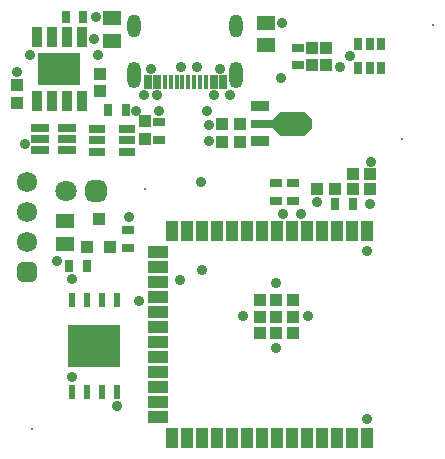
<source format=gbr>
%TF.GenerationSoftware,Altium Limited,Altium Designer,24.5.1 (21)*%
G04 Layer_Color=8388736*
%FSLAX45Y45*%
%MOMM*%
%TF.SameCoordinates,E68DD472-6E3C-4E28-875F-C7B5402E02A7*%
%TF.FilePolarity,Negative*%
%TF.FileFunction,Soldermask,Top*%
%TF.Part,Single*%
G01*
G75*
%TA.AperFunction,SMDPad,CuDef*%
%ADD45R,0.60000X1.15000*%
%ADD46R,4.50000X3.60000*%
%ADD47R,0.90000X1.72500*%
%ADD48R,3.60200X2.71300*%
%TA.AperFunction,ConnectorPad*%
%ADD49R,0.40000X1.25000*%
%ADD50R,0.70000X1.25000*%
%TA.AperFunction,SMDPad,CuDef*%
%ADD51R,1.00000X1.00000*%
%ADD52R,1.50000X0.90000*%
%ADD53R,2.00000X0.80000*%
%ADD54R,0.80000X1.10000*%
%ADD55R,1.55000X1.20000*%
%ADD56R,1.00000X1.00000*%
%ADD57R,1.10000X0.80000*%
%ADD58R,0.70000X1.00000*%
%TA.AperFunction,BGAPad,CuDef*%
%ADD59R,1.10000X1.10000*%
%TA.AperFunction,ConnectorPad*%
%ADD60R,1.10000X1.70000*%
%ADD61R,1.70000X1.10000*%
%TA.AperFunction,SMDPad,CuDef*%
%ADD62R,1.60000X0.80000*%
%ADD63R,1.10000X1.00000*%
%ADD64R,1.40000X0.80000*%
%TA.AperFunction,WasherPad*%
%ADD65C,0.20000*%
%TA.AperFunction,ComponentPad*%
%ADD66C,1.72000*%
G04:AMPARAMS|DCode=67|XSize=1.72mm|YSize=1.72mm|CornerRadius=0.48mm|HoleSize=0mm|Usage=FLASHONLY|Rotation=90.000|XOffset=0mm|YOffset=0mm|HoleType=Round|Shape=RoundedRectangle|*
%AMROUNDEDRECTD67*
21,1,1.72000,0.76000,0,0,90.0*
21,1,0.76000,1.72000,0,0,90.0*
1,1,0.96000,0.38000,0.38000*
1,1,0.96000,0.38000,-0.38000*
1,1,0.96000,-0.38000,-0.38000*
1,1,0.96000,-0.38000,0.38000*
%
%ADD67ROUNDEDRECTD67*%
G04:AMPARAMS|DCode=68|XSize=1.8mm|YSize=1.8mm|CornerRadius=0.5mm|HoleSize=0mm|Usage=FLASHONLY|Rotation=180.000|XOffset=0mm|YOffset=0mm|HoleType=Round|Shape=RoundedRectangle|*
%AMROUNDEDRECTD68*
21,1,1.80000,0.80000,0,0,180.0*
21,1,0.80000,1.80000,0,0,180.0*
1,1,1.00000,-0.40000,0.40000*
1,1,1.00000,0.40000,0.40000*
1,1,1.00000,0.40000,-0.40000*
1,1,1.00000,-0.40000,-0.40000*
%
%ADD68ROUNDEDRECTD68*%
%ADD69C,1.80000*%
%ADD70O,1.15000X2.25000*%
%ADD71O,1.15000X1.95000*%
%ADD72C,0.90000*%
%TA.AperFunction,ViaPad*%
%ADD73C,0.90000*%
G36*
X15866309Y9149935D02*
X15867593Y9149680D01*
X15868835Y9149259D01*
X15870010Y9148679D01*
X15871101Y9147950D01*
X15872086Y9147086D01*
X15932086Y9087086D01*
X15932951Y9086100D01*
X15933679Y9085011D01*
X15934259Y9083835D01*
X15934680Y9082593D01*
X15934937Y9081308D01*
X15935020Y9080000D01*
Y9020000D01*
X15934937Y9018692D01*
X15934680Y9017406D01*
X15934259Y9016165D01*
X15933679Y9014989D01*
X15932951Y9013899D01*
X15932086Y9012914D01*
X15872086Y8952914D01*
X15871101Y8952049D01*
X15870010Y8951321D01*
X15868835Y8950741D01*
X15867593Y8950320D01*
X15866309Y8950064D01*
X15864999Y8949979D01*
X15664999D01*
X15663692Y8950064D01*
X15662407Y8950320D01*
X15661165Y8950741D01*
X15659988Y8951321D01*
X15658900Y8952049D01*
X15657915Y8952914D01*
X15597914Y9012914D01*
X15597050Y9013899D01*
X15596321Y9014989D01*
X15595741Y9016165D01*
X15595320Y9017406D01*
X15595065Y9018692D01*
X15594978Y9020000D01*
Y9080000D01*
X15595065Y9081308D01*
X15595320Y9082593D01*
X15595741Y9083835D01*
X15596321Y9085011D01*
X15597050Y9086100D01*
X15597914Y9087086D01*
X15657915Y9147086D01*
X15658900Y9147950D01*
X15659988Y9148679D01*
X15661165Y9149259D01*
X15662407Y9149680D01*
X15663692Y9149935D01*
X15664999Y9150021D01*
X15864999D01*
X15866309Y9149935D01*
D02*
G37*
D45*
X13899500Y6783000D02*
D03*
X14026500D02*
D03*
X14153500D02*
D03*
X14280499D02*
D03*
X13899500Y7557000D02*
D03*
X14026500D02*
D03*
X14153500D02*
D03*
X14280499D02*
D03*
D46*
X14089999Y7170000D02*
D03*
D47*
X13980499Y9781200D02*
D03*
X13853500D02*
D03*
X13726500D02*
D03*
X13599500D02*
D03*
Y9238800D02*
D03*
X13726500D02*
D03*
X13853500D02*
D03*
X13980499D02*
D03*
D48*
X13789999Y9510000D02*
D03*
D49*
X14885001Y9407500D02*
D03*
X14685001D02*
D03*
X14735001D02*
D03*
X14785001D02*
D03*
X14835001D02*
D03*
X15035001D02*
D03*
X14985001D02*
D03*
X14935001D02*
D03*
D50*
X14539999D02*
D03*
X14620000D02*
D03*
X15100000D02*
D03*
X15180000D02*
D03*
D51*
X15171300Y9048500D02*
D03*
X15321300D02*
D03*
X15171300Y8898500D02*
D03*
X15321300D02*
D03*
X16425000Y8500000D02*
D03*
X16275000D02*
D03*
X16425000Y8625000D02*
D03*
X16275000D02*
D03*
X15975000Y8500000D02*
D03*
X16125000D02*
D03*
D52*
X15489999Y9200000D02*
D03*
Y8900000D02*
D03*
D53*
X15514999Y9050000D02*
D03*
D54*
X13845000Y9950000D02*
D03*
X13995000D02*
D03*
X14205000Y9170000D02*
D03*
X14355000D02*
D03*
X14025000Y7850000D02*
D03*
X13875000D02*
D03*
X16275000Y8375000D02*
D03*
X16125000D02*
D03*
D55*
X14239999Y9755000D02*
D03*
Y9945000D02*
D03*
X13839999Y8035000D02*
D03*
Y8225000D02*
D03*
X15539999Y9715000D02*
D03*
Y9905000D02*
D03*
D56*
X13430000Y9375000D02*
D03*
Y9225000D02*
D03*
X14139999Y9474999D02*
D03*
Y9324999D02*
D03*
X16050000Y9545000D02*
D03*
Y9695000D02*
D03*
X15930000Y9545000D02*
D03*
Y9695000D02*
D03*
X14514999Y9070000D02*
D03*
Y8920000D02*
D03*
D57*
X14639999Y9065000D02*
D03*
Y8915000D02*
D03*
X15775000Y8550000D02*
D03*
Y8400000D02*
D03*
X15625000Y8550000D02*
D03*
Y8400000D02*
D03*
X15810001Y9695000D02*
D03*
Y9545000D02*
D03*
X14375000Y8000000D02*
D03*
Y8150000D02*
D03*
D58*
X16520000Y9525000D02*
D03*
X16420000D02*
D03*
X16320000D02*
D03*
Y9725000D02*
D03*
X16420000D02*
D03*
X16520000D02*
D03*
D59*
X15769000Y7274400D02*
D03*
X15628999D02*
D03*
X15489000D02*
D03*
Y7414400D02*
D03*
Y7554400D02*
D03*
X15628999D02*
D03*
X15769000D02*
D03*
Y7414400D02*
D03*
X15628999D02*
D03*
D60*
X16400999Y6389400D02*
D03*
X16274001D02*
D03*
X16147000D02*
D03*
X16020000D02*
D03*
X15892999D02*
D03*
X15766000D02*
D03*
X15639000D02*
D03*
X15512000D02*
D03*
X15385001D02*
D03*
X15258000D02*
D03*
X15131000D02*
D03*
X15003999D02*
D03*
X14877000D02*
D03*
X14750000D02*
D03*
Y8139400D02*
D03*
X14877000D02*
D03*
X15003999D02*
D03*
X15131000D02*
D03*
X15258000D02*
D03*
X15385001D02*
D03*
X15512000D02*
D03*
X15639000D02*
D03*
X15766000D02*
D03*
X15892999D02*
D03*
X16020000D02*
D03*
X16147000D02*
D03*
X16274001D02*
D03*
X16400999D02*
D03*
D61*
X14625000Y6565900D02*
D03*
Y6692900D02*
D03*
Y6819900D02*
D03*
Y6946900D02*
D03*
Y7073900D02*
D03*
Y7200900D02*
D03*
Y7327900D02*
D03*
Y7454900D02*
D03*
Y7581900D02*
D03*
Y7708900D02*
D03*
Y7835900D02*
D03*
Y7962900D02*
D03*
D62*
X13630000Y9015000D02*
D03*
Y8920000D02*
D03*
Y8825000D02*
D03*
X13860001Y9015000D02*
D03*
Y8920000D02*
D03*
Y8825000D02*
D03*
D63*
X14030000Y8005000D02*
D03*
X14220000D02*
D03*
X14125000Y8245000D02*
D03*
D64*
X14114999Y9005000D02*
D03*
Y8910000D02*
D03*
Y8815000D02*
D03*
X14364999D02*
D03*
Y8910000D02*
D03*
Y9005000D02*
D03*
D65*
X16960001Y9890000D02*
D03*
X16689999Y8920000D02*
D03*
X14520000Y8500000D02*
D03*
X13562752Y6462371D02*
D03*
D66*
X13520000Y8560999D02*
D03*
Y8306999D02*
D03*
Y8052999D02*
D03*
D67*
Y7798999D02*
D03*
D68*
X14107001Y8480000D02*
D03*
D69*
X13853000D02*
D03*
D70*
X14428000Y9465000D02*
D03*
X15292000D02*
D03*
D71*
X14428000Y9880000D02*
D03*
X15292000D02*
D03*
D72*
X14571001Y9515000D02*
D03*
X15149001D02*
D03*
D73*
X14510001Y9290000D02*
D03*
X14439999Y9160000D02*
D03*
X15680000Y9900000D02*
D03*
X15670000Y9440000D02*
D03*
X15970000Y8390000D02*
D03*
X13770000Y7890000D02*
D03*
X15060001Y8900000D02*
D03*
Y9040000D02*
D03*
X14100000Y9950000D02*
D03*
X14089999Y9770000D02*
D03*
X13430000Y9490000D02*
D03*
X13500000Y8880000D02*
D03*
X16250000Y9620000D02*
D03*
X16170000Y9530000D02*
D03*
X14954999Y9534349D02*
D03*
X14825000Y9530743D02*
D03*
X14470000Y7550000D02*
D03*
X13900000Y7740000D02*
D03*
X15689999Y8290000D02*
D03*
X15839999D02*
D03*
X14989999Y8560000D02*
D03*
X15000000Y7810000D02*
D03*
X14810001Y7730000D02*
D03*
X15239999Y9290000D02*
D03*
X14620000D02*
D03*
X14639999Y9160000D02*
D03*
X15100000Y9290000D02*
D03*
X13789999Y9510000D02*
D03*
X13539999Y9630000D02*
D03*
X14120000D02*
D03*
X15039999Y9160000D02*
D03*
X16420000Y8370000D02*
D03*
X13900000Y6910000D02*
D03*
X14280000Y6660000D02*
D03*
X14380000Y8260000D02*
D03*
X16430000Y8730000D02*
D03*
X16400000Y7975000D02*
D03*
X15900000Y7425000D02*
D03*
X15625000Y7150000D02*
D03*
X15350000Y7425000D02*
D03*
X15625000Y7700000D02*
D03*
X16400000Y6550000D02*
D03*
%TF.MD5,33eb6dde7e72586dccfbdf08f6550f12*%
M02*

</source>
